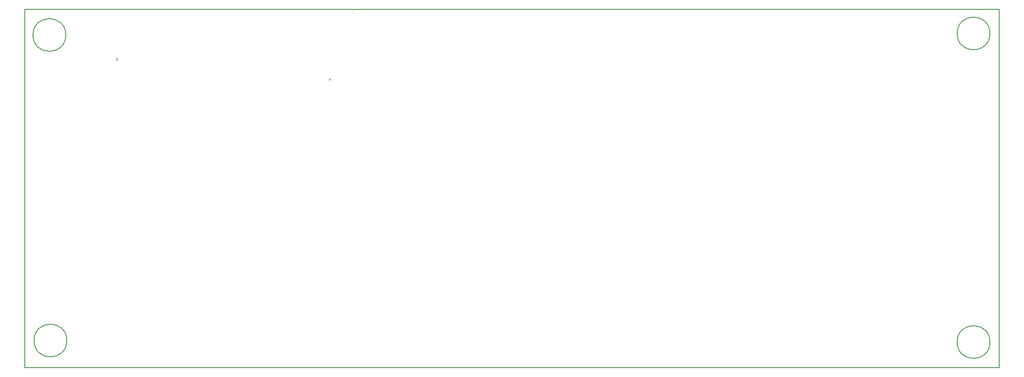
<source format=gbr>
G04 #@! TF.FileFunction,Profile,NP*
%FSLAX46Y46*%
G04 Gerber Fmt 4.6, Leading zero omitted, Abs format (unit mm)*
G04 Created by KiCad (PCBNEW 4.0.5) date 06/17/17 09:26:11*
%MOMM*%
%LPD*%
G01*
G04 APERTURE LIST*
%ADD10C,0.100000*%
%ADD11C,0.150000*%
G04 APERTURE END LIST*
D10*
D11*
X69088000Y-65532000D02*
X69088000Y-66040000D01*
X58928000Y-60960000D02*
G75*
G03X58928000Y-60960000I-3252787J0D01*
G01*
X59132787Y-121616787D02*
G75*
G03X59132787Y-121616787I-3252787J0D01*
G01*
X242012787Y-60656787D02*
G75*
G03X242012787Y-60656787I-3252787J0D01*
G01*
X242012787Y-121920000D02*
G75*
G03X242012787Y-121920000I-3252787J0D01*
G01*
X50800000Y-55880000D02*
X51308000Y-55880000D01*
X50902346Y-55880000D02*
X96520000Y-55880000D01*
X50800000Y-55880000D02*
X50800000Y-127000000D01*
X243840000Y-127000000D02*
X50800000Y-127000000D01*
X243840000Y-55880000D02*
X243840000Y-127000000D01*
X111252000Y-69905672D02*
X111252000Y-69596000D01*
X115824000Y-56388000D02*
X115824000Y-56388000D01*
X115824000Y-56388000D02*
X115824000Y-56388000D01*
X238760000Y-55880000D02*
X96520000Y-55880000D01*
X238760000Y-55880000D02*
X243840000Y-55880000D01*
M02*

</source>
